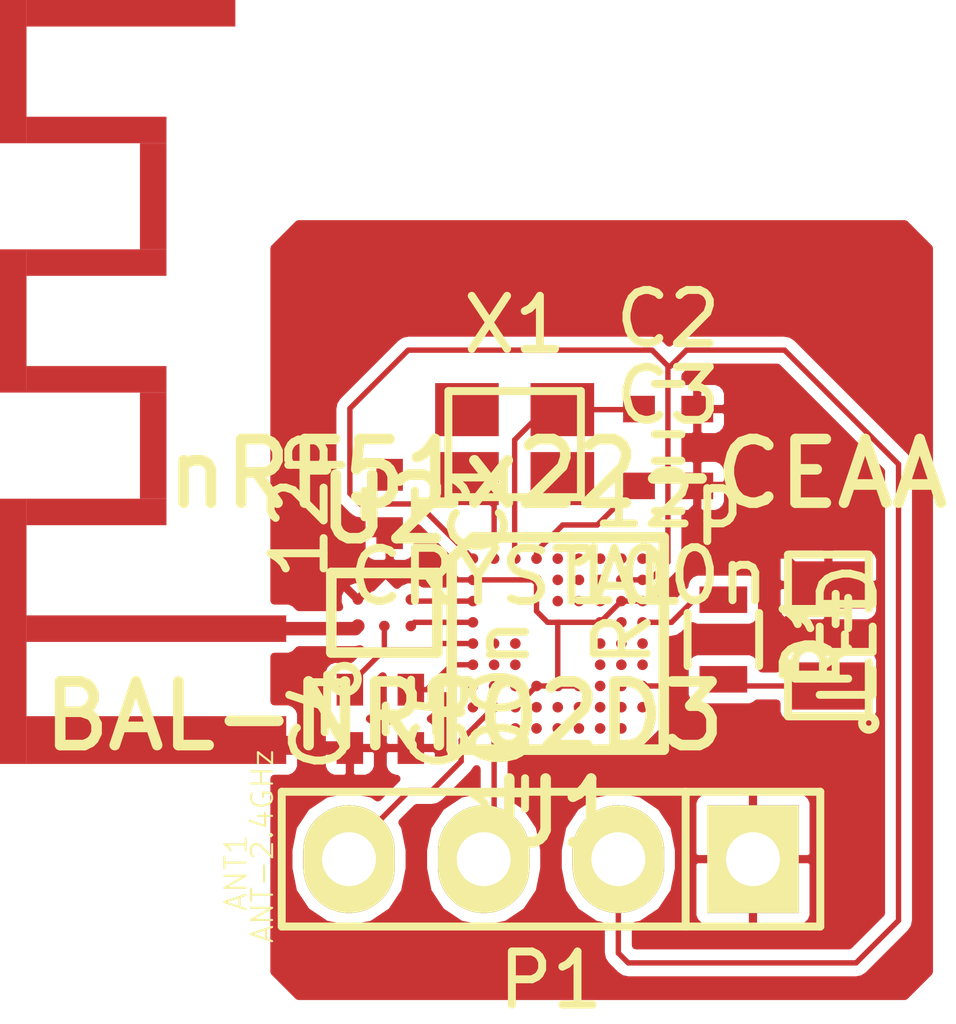
<source format=kicad_pcb>
(kicad_pcb (version 4) (host pcbnew "(2014-08-05 BZR 5054)-product")

  (general
    (links 36)
    (no_connects 0)
    (area 146.9984 92.8984 164.465656 112.3572)
    (thickness 1.6)
    (drawings 0)
    (tracks 108)
    (zones 0)
    (modules 12)
    (nets 54)
  )

  (page A4)
  (layers
    (0 F.Cu signal)
    (31 B.Cu signal)
    (32 B.Adhes user)
    (33 F.Adhes user)
    (34 B.Paste user)
    (35 F.Paste user)
    (36 B.SilkS user)
    (37 F.SilkS user)
    (38 B.Mask user)
    (39 F.Mask user)
    (40 Dwgs.User user)
    (41 Cmts.User user)
    (42 Eco1.User user)
    (43 Eco2.User user)
    (44 Edge.Cuts user)
    (45 Margin user)
    (46 B.CrtYd user)
    (47 F.CrtYd user)
    (48 B.Fab user)
    (49 F.Fab user)
  )

  (setup
    (last_trace_width 0.1016)
    (trace_clearance 0.1016)
    (zone_clearance 0.2032)
    (zone_45_only no)
    (trace_min 0.1016)
    (segment_width 0.2)
    (edge_width 0.1)
    (via_size 0.889)
    (via_drill 0.635)
    (via_min_size 0.889)
    (via_min_drill 0.508)
    (uvia_size 0.508)
    (uvia_drill 0.127)
    (uvias_allowed no)
    (uvia_min_size 0.508)
    (uvia_min_drill 0.127)
    (pcb_text_width 0.3)
    (pcb_text_size 1.5 1.5)
    (mod_edge_width 0.15)
    (mod_text_size 1 1)
    (mod_text_width 0.15)
    (pad_size 0.2 0.2)
    (pad_drill 0)
    (pad_to_mask_clearance 0)
    (aux_axis_origin 0 0)
    (visible_elements FFFCFF7F)
    (pcbplotparams
      (layerselection 0x00000_00000001)
      (usegerberextensions false)
      (excludeedgelayer true)
      (linewidth 0.100000)
      (plotframeref false)
      (viasonmask false)
      (mode 1)
      (useauxorigin false)
      (hpglpennumber 1)
      (hpglpenspeed 20)
      (hpglpendiameter 15)
      (hpglpenoverlay 2)
      (psnegative false)
      (psa4output false)
      (plotreference true)
      (plotvalue true)
      (plotinvisibletext false)
      (padsonsilk false)
      (subtractmaskfromsilk false)
      (outputformat 5)
      (mirror true)
      (drillshape 0)
      (scaleselection 1)
      (outputdirectory pdfs/))
  )

  (net 0 "")
  (net 1 "Net-(C1-Pad1)")
  (net 2 GND)
  (net 3 "Net-(C2-Pad1)")
  (net 4 "Net-(C3-Pad1)")
  (net 5 "Net-(C4-Pad2)")
  (net 6 "Net-(D1-Pad1)")
  (net 7 +BATT)
  (net 8 SWDIO)
  (net 9 SWCLK)
  (net 10 LED)
  (net 11 "Net-(U1-PadC1)")
  (net 12 "Net-(U1-PadD1)")
  (net 13 "Net-(U1-PadG1)")
  (net 14 "Net-(U1-PadE2)")
  (net 15 "Net-(U1-PadF2)")
  (net 16 "Net-(U1-PadG2)")
  (net 17 "Net-(U1-PadE3)")
  (net 18 "Net-(U1-PadF3)")
  (net 19 "Net-(U1-PadG3)")
  (net 20 "Net-(U1-PadH4)")
  (net 21 "Net-(U1-PadA5)")
  (net 22 "Net-(U1-PadB5)")
  (net 23 "Net-(U1-PadC5)")
  (net 24 "Net-(U1-PadH5)")
  (net 25 "Net-(U1-PadA6)")
  (net 26 "Net-(U1-PadB6)")
  (net 27 "Net-(U1-PadC6)")
  (net 28 "Net-(U1-PadH6)")
  (net 29 "Net-(U1-PadA7)")
  (net 30 "Net-(U1-PadB7)")
  (net 31 "Net-(U1-PadC7)")
  (net 32 "Net-(U1-PadE7)")
  (net 33 "Net-(U1-PadF7)")
  (net 34 "Net-(U1-PadG7)")
  (net 35 "Net-(U1-PadH7)")
  (net 36 "Net-(U1-PadA8)")
  (net 37 "Net-(U1-PadD8)")
  (net 38 "Net-(U1-PadE8)")
  (net 39 "Net-(U1-PadF8)")
  (net 40 "Net-(U1-PadG8)")
  (net 41 "Net-(U1-PadH8)")
  (net 42 "Net-(U1-PadE9)")
  (net 43 "Net-(U1-PadF9)")
  (net 44 "Net-(U1-PadH1)")
  (net 45 "Net-(U1-PadJ3)")
  (net 46 "Net-(U1-PadJ4)")
  (net 47 "Net-(U1-PadJ5)")
  (net 48 "Net-(U1-PadJ6)")
  (net 49 "Net-(U1-PadJ7)")
  (net 50 "Net-(U1-PadJ8)")
  (net 51 "Net-(U1-PadH9)")
  (net 52 "Net-(C5-Pad1)")
  (net 53 "Net-(ANT1-Pad2)")

  (net_class Default "This is the default net class."
    (clearance 0.1016)
    (trace_width 0.1016)
    (via_dia 0.889)
    (via_drill 0.635)
    (uvia_dia 0.508)
    (uvia_drill 0.127)
    (add_net +BATT)
    (add_net LED)
    (add_net "Net-(C1-Pad1)")
    (add_net "Net-(C2-Pad1)")
    (add_net "Net-(C3-Pad1)")
    (add_net "Net-(C4-Pad2)")
    (add_net "Net-(C5-Pad1)")
    (add_net "Net-(D1-Pad1)")
    (add_net "Net-(U1-PadA5)")
    (add_net "Net-(U1-PadA6)")
    (add_net "Net-(U1-PadA7)")
    (add_net "Net-(U1-PadA8)")
    (add_net "Net-(U1-PadB5)")
    (add_net "Net-(U1-PadB6)")
    (add_net "Net-(U1-PadB7)")
    (add_net "Net-(U1-PadC1)")
    (add_net "Net-(U1-PadC5)")
    (add_net "Net-(U1-PadC6)")
    (add_net "Net-(U1-PadC7)")
    (add_net "Net-(U1-PadD1)")
    (add_net "Net-(U1-PadD8)")
    (add_net "Net-(U1-PadE2)")
    (add_net "Net-(U1-PadE3)")
    (add_net "Net-(U1-PadE7)")
    (add_net "Net-(U1-PadE8)")
    (add_net "Net-(U1-PadE9)")
    (add_net "Net-(U1-PadF2)")
    (add_net "Net-(U1-PadF3)")
    (add_net "Net-(U1-PadF7)")
    (add_net "Net-(U1-PadF8)")
    (add_net "Net-(U1-PadF9)")
    (add_net "Net-(U1-PadG1)")
    (add_net "Net-(U1-PadG2)")
    (add_net "Net-(U1-PadG3)")
    (add_net "Net-(U1-PadG7)")
    (add_net "Net-(U1-PadG8)")
    (add_net "Net-(U1-PadH1)")
    (add_net "Net-(U1-PadH4)")
    (add_net "Net-(U1-PadH5)")
    (add_net "Net-(U1-PadH6)")
    (add_net "Net-(U1-PadH7)")
    (add_net "Net-(U1-PadH8)")
    (add_net "Net-(U1-PadH9)")
    (add_net "Net-(U1-PadJ3)")
    (add_net "Net-(U1-PadJ4)")
    (add_net "Net-(U1-PadJ5)")
    (add_net "Net-(U1-PadJ6)")
    (add_net "Net-(U1-PadJ7)")
    (add_net "Net-(U1-PadJ8)")
    (add_net SWCLK)
    (add_net SWDIO)
  )

  (net_class ANT ""
    (clearance 0.1016)
    (trace_width 0.254)
    (via_dia 0.889)
    (via_drill 0.635)
    (uvia_dia 0.508)
    (uvia_drill 0.127)
    (add_net GND)
    (add_net "Net-(ANT1-Pad2)")
  )

  (module Capacitors_SMD:C_0402 (layer F.Cu) (tedit 5415D599) (tstamp 54B59067)
    (at 153.75 102.5 270)
    (descr "Capacitor SMD 0402, reflow soldering, AVX (see smccp.pdf)")
    (tags "capacitor 0402")
    (path /54B59137)
    (attr smd)
    (fp_text reference C1 (at 0 -1.7 270) (layer F.SilkS)
      (effects (font (size 1 1) (thickness 0.15)))
    )
    (fp_text value 12p (at 0 1.7 270) (layer F.SilkS)
      (effects (font (size 1 1) (thickness 0.15)))
    )
    (fp_line (start -1.15 -0.6) (end 1.15 -0.6) (layer F.CrtYd) (width 0.05))
    (fp_line (start -1.15 0.6) (end 1.15 0.6) (layer F.CrtYd) (width 0.05))
    (fp_line (start -1.15 -0.6) (end -1.15 0.6) (layer F.CrtYd) (width 0.05))
    (fp_line (start 1.15 -0.6) (end 1.15 0.6) (layer F.CrtYd) (width 0.05))
    (fp_line (start 0.25 -0.475) (end -0.25 -0.475) (layer F.SilkS) (width 0.15))
    (fp_line (start -0.25 0.475) (end 0.25 0.475) (layer F.SilkS) (width 0.15))
    (pad 1 smd rect (at -0.55 0 270) (size 0.6 0.5) (layers F.Cu F.Paste F.Mask)
      (net 1 "Net-(C1-Pad1)"))
    (pad 2 smd rect (at 0.55 0 270) (size 0.6 0.5) (layers F.Cu F.Paste F.Mask)
      (net 2 GND))
    (model Capacitors_SMD/C_0402.wrl
      (at (xyz 0 0 0))
      (scale (xyz 1 1 1))
      (rotate (xyz 0 0 0))
    )
  )

  (module Capacitors_SMD:C_0402 (layer F.Cu) (tedit 5415D599) (tstamp 54B58E0D)
    (at 159.004 100.711)
    (descr "Capacitor SMD 0402, reflow soldering, AVX (see smccp.pdf)")
    (tags "capacitor 0402")
    (path /54B591B6)
    (attr smd)
    (fp_text reference C2 (at 0 -1.7) (layer F.SilkS)
      (effects (font (size 1 1) (thickness 0.15)))
    )
    (fp_text value 12p (at 0 1.7) (layer F.SilkS)
      (effects (font (size 1 1) (thickness 0.15)))
    )
    (fp_line (start -1.15 -0.6) (end 1.15 -0.6) (layer F.CrtYd) (width 0.05))
    (fp_line (start -1.15 0.6) (end 1.15 0.6) (layer F.CrtYd) (width 0.05))
    (fp_line (start -1.15 -0.6) (end -1.15 0.6) (layer F.CrtYd) (width 0.05))
    (fp_line (start 1.15 -0.6) (end 1.15 0.6) (layer F.CrtYd) (width 0.05))
    (fp_line (start 0.25 -0.475) (end -0.25 -0.475) (layer F.SilkS) (width 0.15))
    (fp_line (start -0.25 0.475) (end 0.25 0.475) (layer F.SilkS) (width 0.15))
    (pad 1 smd rect (at -0.55 0) (size 0.6 0.5) (layers F.Cu F.Paste F.Mask)
      (net 3 "Net-(C2-Pad1)"))
    (pad 2 smd rect (at 0.55 0) (size 0.6 0.5) (layers F.Cu F.Paste F.Mask)
      (net 2 GND))
    (model Capacitors_SMD/C_0402.wrl
      (at (xyz 0 0 0))
      (scale (xyz 1 1 1))
      (rotate (xyz 0 0 0))
    )
  )

  (module Capacitors_SMD:C_0402 (layer F.Cu) (tedit 5415D599) (tstamp 54B59E9D)
    (at 159.004 102.1588)
    (descr "Capacitor SMD 0402, reflow soldering, AVX (see smccp.pdf)")
    (tags "capacitor 0402")
    (path /54B58D67)
    (attr smd)
    (fp_text reference C3 (at 0 -1.7) (layer F.SilkS)
      (effects (font (size 1 1) (thickness 0.15)))
    )
    (fp_text value 100n (at 0 1.7) (layer F.SilkS)
      (effects (font (size 1 1) (thickness 0.15)))
    )
    (fp_line (start -1.15 -0.6) (end 1.15 -0.6) (layer F.CrtYd) (width 0.05))
    (fp_line (start -1.15 0.6) (end 1.15 0.6) (layer F.CrtYd) (width 0.05))
    (fp_line (start -1.15 -0.6) (end -1.15 0.6) (layer F.CrtYd) (width 0.05))
    (fp_line (start 1.15 -0.6) (end 1.15 0.6) (layer F.CrtYd) (width 0.05))
    (fp_line (start 0.25 -0.475) (end -0.25 -0.475) (layer F.SilkS) (width 0.15))
    (fp_line (start -0.25 0.475) (end 0.25 0.475) (layer F.SilkS) (width 0.15))
    (pad 1 smd rect (at -0.55 0) (size 0.6 0.5) (layers F.Cu F.Paste F.Mask)
      (net 4 "Net-(C3-Pad1)"))
    (pad 2 smd rect (at 0.55 0) (size 0.6 0.5) (layers F.Cu F.Paste F.Mask)
      (net 2 GND))
    (model Capacitors_SMD/C_0402.wrl
      (at (xyz 0 0 0))
      (scale (xyz 1 1 1))
      (rotate (xyz 0 0 0))
    )
  )

  (module Capacitors_SMD:C_0402 (layer F.Cu) (tedit 5415D599) (tstamp 54B58E25)
    (at 154.15 106.55 90)
    (descr "Capacitor SMD 0402, reflow soldering, AVX (see smccp.pdf)")
    (tags "capacitor 0402")
    (path /54B58DD5)
    (attr smd)
    (fp_text reference C4 (at 0 -1.7 90) (layer F.SilkS)
      (effects (font (size 1 1) (thickness 0.15)))
    )
    (fp_text value 100n (at 0 1.7 90) (layer F.SilkS)
      (effects (font (size 1 1) (thickness 0.15)))
    )
    (fp_line (start -1.15 -0.6) (end 1.15 -0.6) (layer F.CrtYd) (width 0.05))
    (fp_line (start -1.15 0.6) (end 1.15 0.6) (layer F.CrtYd) (width 0.05))
    (fp_line (start -1.15 -0.6) (end -1.15 0.6) (layer F.CrtYd) (width 0.05))
    (fp_line (start 1.15 -0.6) (end 1.15 0.6) (layer F.CrtYd) (width 0.05))
    (fp_line (start 0.25 -0.475) (end -0.25 -0.475) (layer F.SilkS) (width 0.15))
    (fp_line (start -0.25 0.475) (end 0.25 0.475) (layer F.SilkS) (width 0.15))
    (pad 1 smd rect (at -0.55 0 90) (size 0.6 0.5) (layers F.Cu F.Paste F.Mask)
      (net 2 GND))
    (pad 2 smd rect (at 0.55 0 90) (size 0.6 0.5) (layers F.Cu F.Paste F.Mask)
      (net 5 "Net-(C4-Pad2)"))
    (model Capacitors_SMD/C_0402.wrl
      (at (xyz 0 0 0))
      (scale (xyz 1 1 1))
      (rotate (xyz 0 0 0))
    )
  )

  (module SMD_Packages:SMD-0805 (layer F.Cu) (tedit 54B58D88) (tstamp 54B58E32)
    (at 162.0266 104.9782 90)
    (path /54B599BA)
    (attr smd)
    (fp_text reference D1 (at 0 -0.3175 90) (layer F.SilkS)
      (effects (font (size 1 1) (thickness 0.15)))
    )
    (fp_text value LED (at 0 0.381 90) (layer F.SilkS)
      (effects (font (size 1 1) (thickness 0.15)))
    )
    (fp_circle (center -1.651 0.762) (end -1.651 0.635) (layer F.SilkS) (width 0.15))
    (fp_line (start -0.508 0.762) (end -1.524 0.762) (layer F.SilkS) (width 0.15))
    (fp_line (start -1.524 0.762) (end -1.524 -0.762) (layer F.SilkS) (width 0.15))
    (fp_line (start -1.524 -0.762) (end -0.508 -0.762) (layer F.SilkS) (width 0.15))
    (fp_line (start 0.508 -0.762) (end 1.524 -0.762) (layer F.SilkS) (width 0.15))
    (fp_line (start 1.524 -0.762) (end 1.524 0.762) (layer F.SilkS) (width 0.15))
    (fp_line (start 1.524 0.762) (end 0.508 0.762) (layer F.SilkS) (width 0.15))
    (pad 1 smd rect (at -0.9525 0 90) (size 0.889 1.397) (layers F.Cu F.Paste F.Mask)
      (net 6 "Net-(D1-Pad1)"))
    (pad 2 smd rect (at 0.9525 0 90) (size 0.889 1.397) (layers F.Cu F.Paste F.Mask)
      (net 2 GND))
    (model SMD_Packages/SMD-0805.wrl
      (at (xyz 0 0 0))
      (scale (xyz 0.1000000014901161 0.1000000014901161 0.1000000014901161))
      (rotate (xyz 0 0 0))
    )
  )

  (module Pin_Headers:Pin_Header_Straight_1x04 (layer F.Cu) (tedit 54B58D8A) (tstamp 54B58E41)
    (at 156.7942 109.1946 180)
    (descr "Through hole pin header")
    (tags "pin header")
    (path /54B593BB)
    (fp_text reference P1 (at 0 -2.286 180) (layer F.SilkS)
      (effects (font (size 1 1) (thickness 0.15)))
    )
    (fp_text value CONN_01X04 (at 0 0 180) (layer F.SilkS) hide
      (effects (font (size 1 1) (thickness 0.15)))
    )
    (fp_line (start -2.54 1.27) (end 5.08 1.27) (layer F.SilkS) (width 0.15))
    (fp_line (start -2.54 -1.27) (end 5.08 -1.27) (layer F.SilkS) (width 0.15))
    (fp_line (start -5.08 -1.27) (end -2.54 -1.27) (layer F.SilkS) (width 0.15))
    (fp_line (start 5.08 1.27) (end 5.08 -1.27) (layer F.SilkS) (width 0.15))
    (fp_line (start -2.54 -1.27) (end -2.54 1.27) (layer F.SilkS) (width 0.15))
    (fp_line (start -5.08 -1.27) (end -5.08 1.27) (layer F.SilkS) (width 0.15))
    (fp_line (start -5.08 1.27) (end -2.54 1.27) (layer F.SilkS) (width 0.15))
    (pad 1 thru_hole rect (at -3.81 0 180) (size 1.7272 2.032) (drill 1.016) (layers *.Cu *.Mask F.SilkS)
      (net 2 GND))
    (pad 2 thru_hole oval (at -1.27 0 180) (size 1.7272 2.032) (drill 1.016) (layers *.Cu *.Mask F.SilkS)
      (net 7 +BATT))
    (pad 3 thru_hole oval (at 1.27 0 180) (size 1.7272 2.032) (drill 1.016) (layers *.Cu *.Mask F.SilkS)
      (net 8 SWDIO))
    (pad 4 thru_hole oval (at 3.81 0 180) (size 1.7272 2.032) (drill 1.016) (layers *.Cu *.Mask F.SilkS)
      (net 9 SWCLK))
    (model Pin_Headers/Pin_Header_Straight_1x04.wrl
      (at (xyz 0 0 0))
      (scale (xyz 1 1 1))
      (rotate (xyz 0 0 0))
    )
  )

  (module Resistors_SMD:R_0603 (layer F.Cu) (tedit 5415CC62) (tstamp 54B59E20)
    (at 160.0454 105.0544 270)
    (descr "Resistor SMD 0603, reflow soldering, Vishay (see dcrcw.pdf)")
    (tags "resistor 0603")
    (path /54B59A45)
    (attr smd)
    (fp_text reference R1 (at 0 -1.9 270) (layer F.SilkS)
      (effects (font (size 1 1) (thickness 0.15)))
    )
    (fp_text value R (at 0 1.9 270) (layer F.SilkS)
      (effects (font (size 1 1) (thickness 0.15)))
    )
    (fp_line (start -1.3 -0.8) (end 1.3 -0.8) (layer F.CrtYd) (width 0.05))
    (fp_line (start -1.3 0.8) (end 1.3 0.8) (layer F.CrtYd) (width 0.05))
    (fp_line (start -1.3 -0.8) (end -1.3 0.8) (layer F.CrtYd) (width 0.05))
    (fp_line (start 1.3 -0.8) (end 1.3 0.8) (layer F.CrtYd) (width 0.05))
    (fp_line (start 0.5 0.675) (end -0.5 0.675) (layer F.SilkS) (width 0.15))
    (fp_line (start -0.5 -0.675) (end 0.5 -0.675) (layer F.SilkS) (width 0.15))
    (pad 1 smd rect (at -0.75 0 270) (size 0.5 0.9) (layers F.Cu F.Paste F.Mask)
      (net 10 LED))
    (pad 2 smd rect (at 0.75 0 270) (size 0.5 0.9) (layers F.Cu F.Paste F.Mask)
      (net 6 "Net-(D1-Pad1)"))
    (model Resistors_SMD/R_0603.wrl
      (at (xyz 0 0 0))
      (scale (xyz 1 1 1))
      (rotate (xyz 0 0 0))
    )
  )

  (module Crystals_Oscillators_SMD:CX2520DB (layer F.Cu) (tedit 544FEDED) (tstamp 54B58E9A)
    (at 156.1084 101.3714)
    (path /54B5903E)
    (fp_text reference X1 (at 0 -2.25) (layer F.SilkS)
      (effects (font (size 1 1) (thickness 0.15)))
    )
    (fp_text value CRYSTAL (at 0 2.5) (layer F.SilkS)
      (effects (font (size 1 1) (thickness 0.15)))
    )
    (fp_line (start -1.25 1) (end 1.25 1) (layer F.SilkS) (width 0.15))
    (fp_line (start 1.25 1) (end 1.25 -1) (layer F.SilkS) (width 0.15))
    (fp_line (start 1.25 -1) (end -1.25 -1) (layer F.SilkS) (width 0.15))
    (fp_line (start -1.25 -1) (end -1.25 1) (layer F.SilkS) (width 0.15))
    (pad 1 smd rect (at -0.9 0.65) (size 1.2 1) (layers F.Cu F.Paste F.Mask)
      (net 1 "Net-(C1-Pad1)"))
    (pad 2 smd rect (at 0.9 -0.65) (size 1.2 1) (layers F.Cu F.Paste F.Mask)
      (net 3 "Net-(C2-Pad1)"))
    (pad 3 smd rect (at 0.9 0.65) (size 1.2 1) (layers F.Cu F.Paste F.Mask))
    (pad 4 smd rect (at -0.9 -0.65) (size 1.2 1) (layers F.Cu F.Paste F.Mask))
  )

  (module NRF51:WLCSP62 (layer F.Cu) (tedit 54B59368) (tstamp 54B59DAD)
    (at 156.9212 105.1306)
    (path /54B58C30)
    (fp_text reference U1 (at 0 3.2) (layer F.SilkS)
      (effects (font (size 1.2 1.2) (thickness 0.2)))
    )
    (fp_text value nRF51x22-CEAA (at 0 -3.2) (layer F.SilkS)
      (effects (font (size 1.2 1.2) (thickness 0.2)))
    )
    (fp_line (start -1.6 -2) (end -2 -1.6) (layer F.SilkS) (width 0.2))
    (fp_line (start -2 -1.6) (end -2 2) (layer F.SilkS) (width 0.2))
    (fp_line (start -2 2) (end 2 2) (layer F.SilkS) (width 0.2))
    (fp_line (start 2 2) (end 2 -2) (layer F.SilkS) (width 0.2))
    (fp_line (start 2 -2) (end -1.6 -2) (layer F.SilkS) (width 0.2))
    (pad A1 smd circle (at -1.6 -1.6) (size 0.2 0.2) (layers F.Cu F.Paste F.Mask)
      (net 7 +BATT))
    (pad B1 smd circle (at -1.6 -1.2) (size 0.2 0.2) (layers F.Cu F.Paste F.Mask)
      (net 2 GND))
    (pad C1 smd circle (at -1.6 -0.8) (size 0.2 0.2) (layers F.Cu F.Paste F.Mask)
      (net 11 "Net-(U1-PadC1)"))
    (pad D1 smd circle (at -1.6 -0.4) (size 0.2 0.2) (layers F.Cu F.Paste F.Mask)
      (net 12 "Net-(U1-PadD1)"))
    (pad E1 smd circle (at -1.6 0) (size 0.2 0.2) (layers F.Cu F.Paste F.Mask)
      (net 52 "Net-(C5-Pad1)"))
    (pad F1 smd circle (at -1.6 0.4) (size 0.2 0.2) (layers F.Cu F.Paste F.Mask)
      (net 5 "Net-(C4-Pad2)"))
    (pad G1 smd circle (at -1.6 0.8) (size 0.2 0.2) (layers F.Cu F.Paste F.Mask)
      (net 13 "Net-(U1-PadG1)"))
    (pad H1 smd circle (at -1.6 1.2) (size 0.2 0.2) (layers F.Cu F.Paste F.Mask)
      (net 44 "Net-(U1-PadH1)"))
    (pad A2 smd circle (at -1.2 -1.6) (size 0.2 0.2) (layers F.Cu F.Paste F.Mask)
      (net 1 "Net-(C1-Pad1)"))
    (pad E2 smd circle (at -1.2 0) (size 0.2 0.2) (layers F.Cu F.Paste F.Mask)
      (net 14 "Net-(U1-PadE2)"))
    (pad F2 smd circle (at -1.2 0.4) (size 0.2 0.2) (layers F.Cu F.Paste F.Mask)
      (net 15 "Net-(U1-PadF2)"))
    (pad G2 smd circle (at -1.2 0.8) (size 0.2 0.2) (layers F.Cu F.Paste F.Mask)
      (net 16 "Net-(U1-PadG2)"))
    (pad H2 smd circle (at -1.2 1.2) (size 0.2 0.2) (layers F.Cu F.Paste F.Mask)
      (net 9 SWCLK))
    (pad J2 smd circle (at -1.2 1.6) (size 0.2 0.2) (layers F.Cu F.Paste F.Mask)
      (net 8 SWDIO))
    (pad A3 smd circle (at -0.8 -1.6) (size 0.2 0.2) (layers F.Cu F.Paste F.Mask)
      (net 3 "Net-(C2-Pad1)"))
    (pad E3 smd circle (at -0.8 0) (size 0.2 0.2) (layers F.Cu F.Paste F.Mask)
      (net 17 "Net-(U1-PadE3)"))
    (pad F3 smd circle (at -0.8 0.4) (size 0.2 0.2) (layers F.Cu F.Paste F.Mask)
      (net 18 "Net-(U1-PadF3)"))
    (pad G3 smd circle (at -0.8 0.8) (size 0.2 0.2) (layers F.Cu F.Paste F.Mask)
      (net 19 "Net-(U1-PadG3)"))
    (pad H3 smd circle (at -0.8 1.2) (size 0.2 0.2) (layers F.Cu F.Paste F.Mask)
      (net 2 GND))
    (pad J3 smd circle (at -0.8 1.6) (size 0.2 0.2) (layers F.Cu F.Paste F.Mask)
      (net 45 "Net-(U1-PadJ3)"))
    (pad A4 smd circle (at -0.4 -1.6) (size 0.2 0.2) (layers F.Cu F.Paste F.Mask)
      (net 4 "Net-(C3-Pad1)"))
    (pad B4 smd circle (at -0.4 -1.2) (size 0.2 0.2) (layers F.Cu F.Paste F.Mask)
      (net 2 GND))
    (pad G4 smd circle (at -0.4 0.8) (size 0.2 0.2) (layers F.Cu F.Paste F.Mask)
      (net 2 GND))
    (pad H4 smd circle (at -0.4 1.2) (size 0.2 0.2) (layers F.Cu F.Paste F.Mask)
      (net 20 "Net-(U1-PadH4)"))
    (pad J4 smd circle (at -0.4 1.6) (size 0.2 0.2) (layers F.Cu F.Paste F.Mask)
      (net 46 "Net-(U1-PadJ4)"))
    (pad A5 smd circle (at 0 -1.6) (size 0.2 0.2) (layers F.Cu F.Paste F.Mask)
      (net 21 "Net-(U1-PadA5)"))
    (pad B5 smd circle (at 0 -1.2) (size 0.2 0.2) (layers F.Cu F.Paste F.Mask)
      (net 22 "Net-(U1-PadB5)"))
    (pad C5 smd circle (at 0 -0.8) (size 0.2 0.2) (layers F.Cu F.Paste F.Mask)
      (net 23 "Net-(U1-PadC5)"))
    (pad G5 smd circle (at 0 0.8) (size 0.2 0.2) (layers F.Cu F.Paste F.Mask)
      (net 2 GND))
    (pad H5 smd circle (at 0 1.2) (size 0.2 0.2) (layers F.Cu F.Paste F.Mask)
      (net 24 "Net-(U1-PadH5)"))
    (pad J5 smd circle (at 0 1.6) (size 0.2 0.2) (layers F.Cu F.Paste F.Mask)
      (net 47 "Net-(U1-PadJ5)"))
    (pad A6 smd circle (at 0.4 -1.6) (size 0.2 0.2) (layers F.Cu F.Paste F.Mask)
      (net 25 "Net-(U1-PadA6)"))
    (pad B6 smd circle (at 0.4 -1.2) (size 0.2 0.2) (layers F.Cu F.Paste F.Mask)
      (net 26 "Net-(U1-PadB6)"))
    (pad C6 smd circle (at 0.4 -0.8) (size 0.2 0.2) (layers F.Cu F.Paste F.Mask)
      (net 27 "Net-(U1-PadC6)"))
    (pad G6 smd circle (at 0.4 0.8) (size 0.2 0.2) (layers F.Cu F.Paste F.Mask)
      (net 2 GND))
    (pad H6 smd circle (at 0.4 1.2) (size 0.2 0.2) (layers F.Cu F.Paste F.Mask)
      (net 28 "Net-(U1-PadH6)"))
    (pad J6 smd circle (at 0.4 1.6) (size 0.2 0.2) (layers F.Cu F.Paste F.Mask)
      (net 48 "Net-(U1-PadJ6)"))
    (pad A7 smd circle (at 0.8 -1.6) (size 0.2 0.2) (layers F.Cu F.Paste F.Mask)
      (net 29 "Net-(U1-PadA7)"))
    (pad B7 smd circle (at 0.8 -1.2) (size 0.2 0.2) (layers F.Cu F.Paste F.Mask)
      (net 30 "Net-(U1-PadB7)"))
    (pad C7 smd circle (at 0.8 -0.8) (size 0.2 0.2) (layers F.Cu F.Paste F.Mask)
      (net 31 "Net-(U1-PadC7)"))
    (pad D7 smd circle (at 0.8 -0.4) (size 0.2 0.2) (layers F.Cu F.Paste F.Mask)
      (net 2 GND))
    (pad E7 smd circle (at 0.8 0) (size 0.2 0.2) (layers F.Cu F.Paste F.Mask)
      (net 32 "Net-(U1-PadE7)"))
    (pad F7 smd circle (at 0.8 0.4) (size 0.2 0.2) (layers F.Cu F.Paste F.Mask)
      (net 33 "Net-(U1-PadF7)"))
    (pad G7 smd circle (at 0.8 0.8) (size 0.2 0.2) (layers F.Cu F.Paste F.Mask)
      (net 34 "Net-(U1-PadG7)"))
    (pad H7 smd circle (at 0.8 1.2) (size 0.2 0.2) (layers F.Cu F.Paste F.Mask)
      (net 35 "Net-(U1-PadH7)"))
    (pad J7 smd circle (at 0.8 1.6) (size 0.2 0.2) (layers F.Cu F.Paste F.Mask)
      (net 49 "Net-(U1-PadJ7)"))
    (pad A8 smd circle (at 1.2 -1.6) (size 0.2 0.2) (layers F.Cu F.Paste F.Mask)
      (net 36 "Net-(U1-PadA8)"))
    (pad B8 smd circle (at 1.2 -1.2) (size 0.2 0.2) (layers F.Cu F.Paste F.Mask)
      (net 7 +BATT))
    (pad C8 smd circle (at 1.2 -0.8) (size 0.2 0.2) (layers F.Cu F.Paste F.Mask)
      (net 2 GND))
    (pad D8 smd circle (at 1.2 -0.4) (size 0.2 0.2) (layers F.Cu F.Paste F.Mask)
      (net 37 "Net-(U1-PadD8)"))
    (pad E8 smd circle (at 1.2 0) (size 0.2 0.2) (layers F.Cu F.Paste F.Mask)
      (net 38 "Net-(U1-PadE8)"))
    (pad F8 smd circle (at 1.2 0.4) (size 0.2 0.2) (layers F.Cu F.Paste F.Mask)
      (net 39 "Net-(U1-PadF8)"))
    (pad G8 smd circle (at 1.2 0.8) (size 0.2 0.2) (layers F.Cu F.Paste F.Mask)
      (net 40 "Net-(U1-PadG8)"))
    (pad H8 smd circle (at 1.2 1.2) (size 0.2 0.2) (layers F.Cu F.Paste F.Mask)
      (net 41 "Net-(U1-PadH8)"))
    (pad J8 smd circle (at 1.2 1.6) (size 0.2 0.2) (layers F.Cu F.Paste F.Mask)
      (net 50 "Net-(U1-PadJ8)"))
    (pad A9 smd circle (at 1.6 -1.6) (size 0.2 0.2) (layers F.Cu F.Paste F.Mask))
    (pad B9 smd circle (at 1.6 -1.2) (size 0.2 0.2) (layers F.Cu F.Paste F.Mask)
      (net 7 +BATT))
    (pad C9 smd circle (at 1.6 -0.8) (size 0.2 0.2) (layers F.Cu F.Paste F.Mask)
      (net 2 GND))
    (pad D9 smd circle (at 1.6 -0.4) (size 0.2 0.2) (layers F.Cu F.Paste F.Mask)
      (net 10 LED))
    (pad E9 smd circle (at 1.6 0) (size 0.2 0.2) (layers F.Cu F.Paste F.Mask)
      (net 42 "Net-(U1-PadE9)"))
    (pad F9 smd circle (at 1.6 0.4) (size 0.2 0.2) (layers F.Cu F.Paste F.Mask)
      (net 43 "Net-(U1-PadF9)"))
    (pad G9 smd circle (at 1.6 0.8) (size 0.2 0.2) (layers F.Cu F.Paste F.Mask)
      (net 2 GND))
    (pad H9 smd circle (at 1.6 1.2) (size 0.2 0.2) (layers F.Cu F.Paste F.Mask)
      (net 51 "Net-(U1-PadH9)"))
  )

  (module Capacitors_SMD:C_0402 (layer F.Cu) (tedit 5415D599) (tstamp 55048D3E)
    (at 153 106.55 270)
    (descr "Capacitor SMD 0402, reflow soldering, AVX (see smccp.pdf)")
    (tags "capacitor 0402")
    (path /550483E1)
    (attr smd)
    (fp_text reference C5 (at 0 -1.7 270) (layer F.SilkS)
      (effects (font (size 1 1) (thickness 0.15)))
    )
    (fp_text value 2n2 (at 0 1.7 270) (layer F.Fab)
      (effects (font (size 1 1) (thickness 0.15)))
    )
    (fp_line (start -1.15 -0.6) (end 1.15 -0.6) (layer F.CrtYd) (width 0.05))
    (fp_line (start -1.15 0.6) (end 1.15 0.6) (layer F.CrtYd) (width 0.05))
    (fp_line (start -1.15 -0.6) (end -1.15 0.6) (layer F.CrtYd) (width 0.05))
    (fp_line (start 1.15 -0.6) (end 1.15 0.6) (layer F.CrtYd) (width 0.05))
    (fp_line (start 0.25 -0.475) (end -0.25 -0.475) (layer F.SilkS) (width 0.15))
    (fp_line (start -0.25 0.475) (end 0.25 0.475) (layer F.SilkS) (width 0.15))
    (pad 1 smd rect (at -0.55 0 270) (size 0.6 0.5) (layers F.Cu F.Paste F.Mask)
      (net 52 "Net-(C5-Pad1)"))
    (pad 2 smd rect (at 0.55 0 270) (size 0.6 0.5) (layers F.Cu F.Paste F.Mask)
      (net 2 GND))
    (model Capacitors_SMD.3dshapes/C_0402.wrl
      (at (xyz 0 0 0))
      (scale (xyz 1 1 1))
      (rotate (xyz 0 0 0))
    )
  )

  (module ANT:ANT-2.4GHz (layer F.Cu) (tedit 54517711) (tstamp 55049531)
    (at 149.35 106.95 90)
    (path /55047C3D)
    (fp_text reference ANT1 (at -2.5 1.5 90) (layer F.SilkS)
      (effects (font (size 0.4 0.4) (thickness 0.04)))
    )
    (fp_text value ANT-2.4GHz (at -2 2 90) (layer F.SilkS)
      (effects (font (size 0.4 0.4) (thickness 0.04)))
    )
    (pad 1 smd rect (at 0 0 90) (size 0.9 4.9) (layers F.Cu)
      (net 2 GND))
    (pad 3 smd rect (at 2.05 -2.7 90) (size 5 0.5) (layers F.Cu))
    (pad 2 smd rect (at 2.1 0 90) (size 0.5 4.9) (layers F.Cu)
      (net 53 "Net-(ANT1-Pad2)"))
    (pad 3 smd rect (at 4.3 -1.13 90) (size 0.5 2.64) (layers F.Cu))
    (pad 3 smd rect (at 6.8 -1.13 90) (size 0.5 2.64) (layers F.Cu))
    (pad 3 smd rect (at 5.55 -0.06 90) (size 2 0.5) (layers F.Cu))
    (pad 3 smd rect (at 7.9 -2.7 90) (size 2.7 0.5) (layers F.Cu))
    (pad 3 smd rect (at 12.6 -2.7 90) (size 2.7 0.5) (layers F.Cu))
    (pad 3 smd rect (at 9 -1.13 90) (size 0.5 2.64) (layers F.Cu))
    (pad 3 smd rect (at 11.5 -1.13 90) (size 0.5 2.64) (layers F.Cu))
    (pad 3 smd rect (at 10.25 -0.06 90) (size 2 0.5) (layers F.Cu))
    (pad 3 smd rect (at 13.7 -0.48 90) (size 0.5 3.94) (layers F.Cu))
  )

  (module NRF51:BAL-NRF02D3 (layer F.Cu) (tedit 550C7CF1) (tstamp 55048D47)
    (at 153.65 104.55 180)
    (path /550480A2)
    (fp_text reference U2 (at 0 1.95 180) (layer F.SilkS)
      (effects (font (size 1.2 1.2) (thickness 0.2)))
    )
    (fp_text value BAL-NRF02D3 (at 0 -1.95 180) (layer F.SilkS)
      (effects (font (size 1.2 1.2) (thickness 0.2)))
    )
    (fp_circle (center 0.75 -1.25) (end 1 -1.25) (layer F.SilkS) (width 0.15))
    (fp_line (start -1 -0.75) (end -1 0.75) (layer F.SilkS) (width 0.2))
    (fp_line (start -1 0.75) (end 1 0.75) (layer F.SilkS) (width 0.2))
    (fp_line (start 1 0.75) (end 1 -0.75) (layer F.SilkS) (width 0.2))
    (fp_line (start 1 -0.75) (end -1 -0.75) (layer F.SilkS) (width 0.2))
    (pad A3 smd circle (at -0.5 -0.25 180) (size 0.2 0.2) (layers F.Cu F.Paste F.Mask)
      (net 12 "Net-(U1-PadD1)"))
    (pad B3 smd circle (at -0.5 0.25 180) (size 0.2 0.2) (layers F.Cu F.Paste F.Mask)
      (net 11 "Net-(U1-PadC1)"))
    (pad A2 smd circle (at 0 -0.25 180) (size 0.2 0.2) (layers F.Cu F.Paste F.Mask)
      (net 52 "Net-(C5-Pad1)"))
    (pad A1 smd circle (at 0.5 -0.25 180) (size 0.2 0.2) (layers F.Cu F.Paste F.Mask)
      (net 53 "Net-(ANT1-Pad2)"))
    (pad B1 smd circle (at 0.5 0.25 180) (size 0.2 0.2) (layers F.Cu F.Paste F.Mask)
      (net 2 GND))
  )

  (segment (start 155.7212 102.5342) (end 155.2084 102.0214) (width 0.1016) (layer F.Cu) (net 1))
  (segment (start 155.7212 103.5306) (end 155.7212 102.5342) (width 0.1016) (layer F.Cu) (net 1))
  (segment (start 155.137 101.95) (end 155.2084 102.0214) (width 0.1016) (layer F.Cu) (net 1) (tstamp 55048FFD))
  (segment (start 153.75 101.95) (end 155.137 101.95) (width 0.1016) (layer F.Cu) (net 1))
  (segment (start 156.947646 104.7306) (end 156.7306 104.7306) (width 0.1016) (layer F.Cu) (net 2))
  (segment (start 156.7306 104.7306) (end 156.5212 104.5212) (width 0.1016) (layer F.Cu) (net 2))
  (segment (start 156.5212 104.5212) (end 156.5212 104.072021) (width 0.1016) (layer F.Cu) (net 2))
  (segment (start 156.5212 104.072021) (end 156.5212 103.9306) (width 0.1016) (layer F.Cu) (net 2))
  (segment (start 156.1212 106.3306) (end 156.5212 105.9306) (width 0.1016) (layer F.Cu) (net 2))
  (segment (start 156.5212 105.9306) (end 156.9212 105.9306) (width 0.1016) (layer F.Cu) (net 2))
  (segment (start 157.3212 105.9306) (end 156.9212 105.9306) (width 0.1016) (layer F.Cu) (net 2))
  (segment (start 157.7212 104.7306) (end 156.947646 104.7306) (width 0.1016) (layer F.Cu) (net 2))
  (segment (start 156.5212 103.9306) (end 155.3212 103.9306) (width 0.1016) (layer F.Cu) (net 2))
  (segment (start 156.9212 104.757046) (end 156.9212 105.9306) (width 0.1016) (layer F.Cu) (net 2))
  (segment (start 156.947646 104.7306) (end 156.9212 104.757046) (width 0.1016) (layer F.Cu) (net 2))
  (segment (start 157.7212 104.7306) (end 158.1212 104.3306) (width 0.1016) (layer F.Cu) (net 2))
  (segment (start 158.1212 104.3306) (end 158.5212 104.3306) (width 0.1016) (layer F.Cu) (net 2))
  (segment (start 161.2265 103.4796) (end 161.7726 104.0257) (width 0.1016) (layer F.Cu) (net 2))
  (segment (start 159.3722 103.4796) (end 161.2265 103.4796) (width 0.1016) (layer F.Cu) (net 2))
  (segment (start 161.7726 104.0257) (end 162.0266 104.0257) (width 0.1016) (layer F.Cu) (net 2))
  (segment (start 159.554 101.0626) (end 159.554 102.1588) (width 0.1016) (layer F.Cu) (net 2))
  (segment (start 159.554 100.711) (end 159.554 101.0626) (width 0.1016) (layer F.Cu) (net 2))
  (segment (start 159.3722 102.6922) (end 159.3722 103.4796) (width 0.1016) (layer F.Cu) (net 2))
  (segment (start 159.554 102.5104) (end 159.3722 102.6922) (width 0.1016) (layer F.Cu) (net 2))
  (segment (start 159.554 102.1588) (end 159.554 102.5104) (width 0.1016) (layer F.Cu) (net 2))
  (segment (start 159.3722 103.621021) (end 159.3722 103.4796) (width 0.1016) (layer F.Cu) (net 2))
  (segment (start 158.5212 104.3306) (end 158.662621 104.3306) (width 0.1016) (layer F.Cu) (net 2))
  (segment (start 158.662621 104.3306) (end 159.3722 103.621021) (width 0.1016) (layer F.Cu) (net 2))
  (segment (start 155.0306 103.9306) (end 154.15 103.05) (width 0.1016) (layer F.Cu) (net 2) (tstamp 55048FDD))
  (segment (start 154.15 103.05) (end 153.75 103.05) (width 0.1016) (layer F.Cu) (net 2) (tstamp 55048FEF))
  (segment (start 155.3212 103.9306) (end 155.0306 103.9306) (width 0.1016) (layer F.Cu) (net 2))
  (segment (start 154.15 107.1) (end 153 107.1) (width 0.1016) (layer F.Cu) (net 2))
  (segment (start 160.6042 108.3542) (end 160.6042 109.1946) (width 0.1016) (layer F.Cu) (net 2) (tstamp 5504935E))
  (segment (start 158.5212 105.9306) (end 159.05 105.9306) (width 0.1016) (layer F.Cu) (net 2))
  (segment (start 160.85 105.05) (end 159.4 105.05) (width 0.1016) (layer F.Cu) (net 2) (tstamp 55049373))
  (segment (start 159.4 105.05) (end 159.05 105.4) (width 0.1016) (layer F.Cu) (net 2) (tstamp 55049377))
  (segment (start 159.05 105.4) (end 159.05 105.9306) (width 0.1016) (layer F.Cu) (net 2) (tstamp 55049378))
  (segment (start 161.8743 104.0257) (end 160.85 105.05) (width 0.1016) (layer F.Cu) (net 2) (tstamp 55049366))
  (segment (start 162.0266 104.0257) (end 161.8743 104.0257) (width 0.1016) (layer F.Cu) (net 2))
  (segment (start 149.5 107.1) (end 149.35 106.95) (width 0.1016) (layer F.Cu) (net 2) (tstamp 5504964A) (status 30))
  (segment (start 149.5 107.1) (end 149.35 106.95) (width 0.254) (layer F.Cu) (net 2) (tstamp 5504967F) (status 30))
  (segment (start 153 107.1) (end 149.5 107.1) (width 0.254) (layer F.Cu) (net 2) (status 20))
  (segment (start 158.4436 100.7214) (end 158.454 100.711) (width 0.1016) (layer F.Cu) (net 3))
  (segment (start 157.0084 100.7214) (end 158.4436 100.7214) (width 0.1016) (layer F.Cu) (net 3))
  (segment (start 156.6786 100.7214) (end 157.0084 100.7214) (width 0.1016) (layer F.Cu) (net 3))
  (segment (start 156.1084 101.2916) (end 156.6786 100.7214) (width 0.1016) (layer F.Cu) (net 3))
  (segment (start 156.1084 103.5178) (end 156.1084 101.2916) (width 0.1016) (layer F.Cu) (net 3))
  (segment (start 156.1212 103.5306) (end 156.1084 103.5178) (width 0.1016) (layer F.Cu) (net 3))
  (segment (start 156.5212 103.389179) (end 157.014979 102.8954) (width 0.1016) (layer F.Cu) (net 4))
  (segment (start 156.5212 103.5306) (end 156.5212 103.389179) (width 0.1016) (layer F.Cu) (net 4))
  (segment (start 157.6674 102.8954) (end 158.404 102.1588) (width 0.1016) (layer F.Cu) (net 4))
  (segment (start 158.404 102.1588) (end 158.454 102.1588) (width 0.1016) (layer F.Cu) (net 4))
  (segment (start 157.014979 102.8954) (end 157.6674 102.8954) (width 0.1016) (layer F.Cu) (net 4))
  (segment (start 154.45 106) (end 154.9194 105.5306) (width 0.1016) (layer F.Cu) (net 5) (tstamp 5504901F))
  (segment (start 154.9194 105.5306) (end 155.3212 105.5306) (width 0.1016) (layer F.Cu) (net 5) (tstamp 55049021))
  (segment (start 154.15 106) (end 154.45 106) (width 0.1016) (layer F.Cu) (net 5))
  (segment (start 160.1717 105.9307) (end 160.0454 105.8044) (width 0.1016) (layer F.Cu) (net 6))
  (segment (start 162.0266 105.9307) (end 160.1717 105.9307) (width 0.1016) (layer F.Cu) (net 6))
  (segment (start 159 99.9) (end 159.05 99.9) (width 0.1016) (layer F.Cu) (net 7))
  (segment (start 159.35 99.6) (end 161.2 99.6) (width 0.1016) (layer F.Cu) (net 7))
  (segment (start 158.25 111.15) (end 158.0642 110.9642) (width 0.1016) (layer F.Cu) (net 7))
  (segment (start 159.05 99.9) (end 159.35 99.6) (width 0.1016) (layer F.Cu) (net 7))
  (segment (start 161.2 99.6) (end 163.35 101.75) (width 0.1016) (layer F.Cu) (net 7))
  (segment (start 163.35 101.75) (end 163.35 110.35) (width 0.1016) (layer F.Cu) (net 7))
  (segment (start 163.35 110.35) (end 162.55 111.15) (width 0.1016) (layer F.Cu) (net 7))
  (segment (start 158.0642 110.9642) (end 158.0642 109.1946) (width 0.1016) (layer F.Cu) (net 7))
  (segment (start 162.55 111.15) (end 158.25 111.15) (width 0.1016) (layer F.Cu) (net 7))
  (segment (start 158.5212 103.9306) (end 158.1212 103.9306) (width 0.1016) (layer F.Cu) (net 7))
  (segment (start 158.0642 109.347) (end 158.0642 109.1946) (width 0.1016) (layer F.Cu) (net 7))
  (segment (start 159 99.9) (end 159 103.593221) (width 0.1016) (layer F.Cu) (net 7))
  (segment (start 158.662621 103.9306) (end 158.5212 103.9306) (width 0.1016) (layer F.Cu) (net 7))
  (segment (start 154.1 99.6) (end 158.7 99.6) (width 0.1016) (layer F.Cu) (net 7))
  (segment (start 153 102.3) (end 153 100.7) (width 0.1016) (layer F.Cu) (net 7))
  (segment (start 153.2 102.5) (end 153 102.3) (width 0.1016) (layer F.Cu) (net 7))
  (segment (start 158.7 99.6) (end 159 99.9) (width 0.1016) (layer F.Cu) (net 7))
  (segment (start 154.2906 102.5) (end 153.2 102.5) (width 0.1016) (layer F.Cu) (net 7))
  (segment (start 159 103.593221) (end 158.662621 103.9306) (width 0.1016) (layer F.Cu) (net 7))
  (segment (start 153 100.7) (end 154.1 99.6) (width 0.1016) (layer F.Cu) (net 7))
  (segment (start 155.3212 103.5306) (end 154.2906 102.5) (width 0.1016) (layer F.Cu) (net 7))
  (segment (start 155.7212 108.9976) (end 155.5242 109.1946) (width 0.1016) (layer F.Cu) (net 8))
  (segment (start 155.7212 106.7306) (end 155.7212 108.9976) (width 0.1016) (layer F.Cu) (net 8))
  (segment (start 152.9842 109.0676) (end 152.9842 109.1946) (width 0.1016) (layer F.Cu) (net 9))
  (segment (start 152.9842 109.1946) (end 152.9842 109.0422) (width 0.1016) (layer F.Cu) (net 9))
  (segment (start 155.2018 106.85) (end 155.7212 106.3306) (width 0.1016) (layer F.Cu) (net 9) (tstamp 55049280))
  (segment (start 155.1 106.95) (end 155.2 106.85) (width 0.1016) (layer F.Cu) (net 9))
  (segment (start 155.1 107.35) (end 155.1 106.95) (width 0.1016) (layer F.Cu) (net 9))
  (segment (start 154.55 107.9) (end 155.1 107.35) (width 0.1016) (layer F.Cu) (net 9))
  (segment (start 154.1264 107.9) (end 154.55 107.9) (width 0.1016) (layer F.Cu) (net 9))
  (segment (start 152.9842 109.0422) (end 154.1264 107.9) (width 0.1016) (layer F.Cu) (net 9))
  (segment (start 155.2 106.85) (end 155.2018 106.85) (width 0.1016) (layer F.Cu) (net 9))
  (segment (start 160.0454 104.3044) (end 159.4938 104.3044) (width 0.1016) (layer F.Cu) (net 10))
  (segment (start 158.662621 104.7306) (end 158.5212 104.7306) (width 0.1016) (layer F.Cu) (net 10))
  (segment (start 159.0676 104.7306) (end 158.662621 104.7306) (width 0.1016) (layer F.Cu) (net 10))
  (segment (start 159.4938 104.3044) (end 159.0676 104.7306) (width 0.1016) (layer F.Cu) (net 10))
  (segment (start 154.1806 104.3306) (end 154.15 104.3) (width 0.1016) (layer F.Cu) (net 11) (tstamp 5504938B))
  (segment (start 155.3212 104.3306) (end 154.1806 104.3306) (width 0.1016) (layer F.Cu) (net 11))
  (segment (start 154.2194 104.7306) (end 154.15 104.8) (width 0.1016) (layer F.Cu) (net 12) (tstamp 55049388))
  (segment (start 155.3212 104.7306) (end 154.2194 104.7306) (width 0.1016) (layer F.Cu) (net 12))
  (segment (start 155.3212 105.1306) (end 154.7194 105.1306) (width 0.1016) (layer F.Cu) (net 52))
  (segment (start 154.7194 105.1306) (end 154.6 105.25) (width 0.1016) (layer F.Cu) (net 52))
  (segment (start 154.6 105.25) (end 153.65 105.25) (width 0.1016) (layer F.Cu) (net 52))
  (segment (start 153.65 105.25) (end 153.65 104.8) (width 0.1016) (layer F.Cu) (net 52) (tstamp 5504901A))
  (segment (start 153.6 105.3) (end 153.65 105.25) (width 0.1016) (layer F.Cu) (net 52) (tstamp 55049386))
  (segment (start 153 105.9) (end 153.6 105.3) (width 0.1016) (layer F.Cu) (net 52) (tstamp 55049018))
  (segment (start 153 106) (end 153 105.9) (width 0.1016) (layer F.Cu) (net 52))
  (segment (start 149.4 104.8) (end 149.35 104.85) (width 0.1016) (layer F.Cu) (net 53) (tstamp 55049543) (status 30))
  (segment (start 153.1 104.85) (end 153.15 104.8) (width 0.254) (layer F.Cu) (net 53) (tstamp 550495A4))
  (segment (start 149.35 104.85) (end 153.1 104.85) (width 0.254) (layer F.Cu) (net 53) (status 10))

  (zone (net 2) (net_name GND) (layer F.Cu) (tstamp 550C7F83) (hatch edge 0.508)
    (connect_pads (clearance 0.2032))
    (min_thickness 0.1524)
    (fill yes (arc_segments 16) (thermal_gap 0.2032) (thermal_bridge_width 0.15494) (smoothing chamfer) (radius 0.5))
    (polygon
      (pts
        (xy 164 111.85) (xy 151.5 111.85) (xy 151.5 97.15) (xy 164 97.15)
      )
    )
    (filled_polygon
      (pts
        (xy 163.9238 111.318437) (xy 163.468437 111.7738) (xy 152.031563 111.7738) (xy 151.5762 111.318437) (xy 151.5762 107.6794)
        (xy 151.744424 107.6794) (xy 151.855576 107.6794) (xy 151.958267 107.636864) (xy 152.036864 107.558267) (xy 152.0794 107.455576)
        (xy 152.0794 107.02112) (xy 152.00955 106.95127) (xy 151.5762 106.95127) (xy 151.5762 106.94873) (xy 152.00955 106.94873)
        (xy 152.0794 106.87888) (xy 152.0794 106.444424) (xy 152.036864 106.341733) (xy 151.958267 106.263136) (xy 151.855576 106.2206)
        (xy 151.744424 106.2206) (xy 151.5762 106.2206) (xy 151.5762 105.3794) (xy 151.855576 105.3794) (xy 151.958267 105.336864)
        (xy 152.036864 105.258267) (xy 152.037637 105.2564) (xy 153.1 105.2564) (xy 153.195652 105.237373) (xy 153.012426 105.4206)
        (xy 152.694424 105.4206) (xy 152.591733 105.463136) (xy 152.513136 105.541733) (xy 152.4706 105.644424) (xy 152.4706 105.755576)
        (xy 152.4706 106.355576) (xy 152.513136 106.458267) (xy 152.591733 106.536864) (xy 152.623446 106.55) (xy 152.591733 106.563136)
        (xy 152.513136 106.641733) (xy 152.4706 106.744424) (xy 152.4706 107.02888) (xy 152.54045 107.09873) (xy 152.99873 107.09873)
        (xy 152.99873 107.07873) (xy 153.00127 107.07873) (xy 153.00127 107.09873) (xy 153.45955 107.09873) (xy 153.5294 107.02888)
        (xy 153.5294 106.744424) (xy 153.486864 106.641733) (xy 153.408267 106.563136) (xy 153.376553 106.55) (xy 153.408267 106.536864)
        (xy 153.486864 106.458267) (xy 153.5294 106.355576) (xy 153.5294 106.244424) (xy 153.5294 105.837574) (xy 153.6206 105.746374)
        (xy 153.6206 105.755576) (xy 153.6206 106.355576) (xy 153.663136 106.458267) (xy 153.741733 106.536864) (xy 153.773446 106.55)
        (xy 153.741733 106.563136) (xy 153.663136 106.641733) (xy 153.6206 106.744424) (xy 153.6206 107.02888) (xy 153.69045 107.09873)
        (xy 154.14873 107.09873) (xy 154.14873 107.07873) (xy 154.15127 107.07873) (xy 154.15127 107.09873) (xy 154.60955 107.09873)
        (xy 154.6794 107.02888) (xy 154.6794 106.744424) (xy 154.636864 106.641733) (xy 154.558267 106.563136) (xy 154.526553 106.55)
        (xy 154.558267 106.536864) (xy 154.636864 106.458267) (xy 154.6794 106.355576) (xy 154.6794 106.244424) (xy 154.6794 106.236217)
        (xy 154.683487 106.233487) (xy 154.7968 106.120174) (xy 154.7968 106.634168) (xy 154.872829 106.710197) (xy 154.866513 106.716513)
        (xy 154.794935 106.823638) (xy 154.7698 106.95) (xy 154.7698 107.213226) (xy 154.6794 107.303626) (xy 154.6794 107.17112)
        (xy 154.60955 107.10127) (xy 154.15127 107.10127) (xy 154.15127 107.12127) (xy 154.14873 107.12127) (xy 154.14873 107.10127)
        (xy 153.69045 107.10127) (xy 153.6206 107.17112) (xy 153.6206 107.455576) (xy 153.663136 107.558267) (xy 153.741733 107.636864)
        (xy 153.844424 107.6794) (xy 153.880026 107.6794) (xy 153.5294 108.030025) (xy 153.5294 107.455576) (xy 153.5294 107.17112)
        (xy 153.45955 107.10127) (xy 153.00127 107.10127) (xy 153.00127 107.60955) (xy 153.07112 107.6794) (xy 153.194424 107.6794)
        (xy 153.305576 107.6794) (xy 153.408267 107.636864) (xy 153.486864 107.558267) (xy 153.5294 107.455576) (xy 153.5294 108.030025)
        (xy 153.527705 108.03172) (xy 153.421607 107.960828) (xy 152.99873 107.876712) (xy 152.99873 107.60955) (xy 152.99873 107.10127)
        (xy 152.54045 107.10127) (xy 152.4706 107.17112) (xy 152.4706 107.455576) (xy 152.513136 107.558267) (xy 152.591733 107.636864)
        (xy 152.694424 107.6794) (xy 152.805576 107.6794) (xy 152.92888 107.6794) (xy 152.99873 107.60955) (xy 152.99873 107.876712)
        (xy 152.9842 107.873822) (xy 152.546793 107.960828) (xy 152.175977 108.208599) (xy 151.928206 108.579415) (xy 151.8412 109.016822)
        (xy 151.8412 109.372378) (xy 151.928206 109.809785) (xy 152.175977 110.180601) (xy 152.546793 110.428372) (xy 152.9842 110.515378)
        (xy 153.421607 110.428372) (xy 153.792423 110.180601) (xy 154.040194 109.809785) (xy 154.1272 109.372378) (xy 154.1272 109.016822)
        (xy 154.040194 108.579415) (xy 153.989631 108.503742) (xy 154.263173 108.2302) (xy 154.55 108.2302) (xy 154.676362 108.205065)
        (xy 154.783487 108.133487) (xy 155.333483 107.583489) (xy 155.333486 107.583487) (xy 155.333487 107.583487) (xy 155.391 107.497411)
        (xy 155.391 107.900317) (xy 155.086793 107.960828) (xy 154.715977 108.208599) (xy 154.468206 108.579415) (xy 154.3812 109.016822)
        (xy 154.3812 109.372378) (xy 154.468206 109.809785) (xy 154.715977 110.180601) (xy 155.086793 110.428372) (xy 155.5242 110.515378)
        (xy 155.961607 110.428372) (xy 156.332423 110.180601) (xy 156.580194 109.809785) (xy 156.6672 109.372378) (xy 156.6672 109.016822)
        (xy 156.580194 108.579415) (xy 156.332423 108.208599) (xy 156.0514 108.020825) (xy 156.0514 107.2532) (xy 158.434168 107.2532)
        (xy 159.0532 106.634168) (xy 159.0532 105.0608) (xy 159.0676 105.0608) (xy 159.193962 105.035665) (xy 159.301087 104.964087)
        (xy 159.463138 104.802035) (xy 159.539824 104.8338) (xy 159.650976 104.8338) (xy 160.550976 104.8338) (xy 160.653667 104.791264)
        (xy 160.732264 104.712667) (xy 160.7748 104.609976) (xy 160.7748 104.498824) (xy 160.7748 103.998824) (xy 160.732264 103.896133)
        (xy 160.653667 103.817536) (xy 160.550976 103.775) (xy 160.439824 103.775) (xy 160.1334 103.775) (xy 160.1334 102.464376)
        (xy 160.1334 102.353224) (xy 160.1334 102.22992) (xy 160.1334 102.08768) (xy 160.1334 101.964376) (xy 160.1334 101.853224)
        (xy 160.1334 101.016576) (xy 160.1334 100.905424) (xy 160.1334 100.78212) (xy 160.1334 100.63988) (xy 160.1334 100.516576)
        (xy 160.1334 100.405424) (xy 160.090864 100.302733) (xy 160.012267 100.224136) (xy 159.909576 100.1816) (xy 159.62512 100.1816)
        (xy 159.55527 100.25145) (xy 159.55527 100.70973) (xy 160.06355 100.70973) (xy 160.1334 100.63988) (xy 160.1334 100.78212)
        (xy 160.06355 100.71227) (xy 159.55527 100.71227) (xy 159.55527 101.17055) (xy 159.62512 101.2404) (xy 159.909576 101.2404)
        (xy 160.012267 101.197864) (xy 160.090864 101.119267) (xy 160.1334 101.016576) (xy 160.1334 101.853224) (xy 160.090864 101.750533)
        (xy 160.012267 101.671936) (xy 159.909576 101.6294) (xy 159.62512 101.6294) (xy 159.55527 101.69925) (xy 159.55527 102.15753)
        (xy 160.06355 102.15753) (xy 160.1334 102.08768) (xy 160.1334 102.22992) (xy 160.06355 102.16007) (xy 159.55527 102.16007)
        (xy 159.55527 102.61835) (xy 159.62512 102.6882) (xy 159.909576 102.6882) (xy 160.012267 102.645664) (xy 160.090864 102.567067)
        (xy 160.1334 102.464376) (xy 160.1334 103.775) (xy 159.539824 103.775) (xy 159.437133 103.817536) (xy 159.358536 103.896133)
        (xy 159.316 103.998824) (xy 159.316 104.033704) (xy 159.260313 104.070913) (xy 159.0532 104.278026) (xy 159.0532 104.006995)
        (xy 159.233487 103.826708) (xy 159.305065 103.719583) (xy 159.3302 103.593221) (xy 159.330201 103.593221) (xy 159.3302 103.593215)
        (xy 159.3302 102.6882) (xy 159.48288 102.6882) (xy 159.55273 102.61835) (xy 159.55273 102.16007) (xy 159.53273 102.16007)
        (xy 159.53273 102.15753) (xy 159.55273 102.15753) (xy 159.55273 101.69925) (xy 159.48288 101.6294) (xy 159.3302 101.6294)
        (xy 159.3302 101.2404) (xy 159.48288 101.2404) (xy 159.55273 101.17055) (xy 159.55273 100.71227) (xy 159.53273 100.71227)
        (xy 159.53273 100.70973) (xy 159.55273 100.70973) (xy 159.55273 100.25145) (xy 159.48288 100.1816) (xy 159.3302 100.1816)
        (xy 159.3302 100.086774) (xy 159.486774 99.9302) (xy 161.063226 99.9302) (xy 163.0198 101.886774) (xy 163.0198 110.213226)
        (xy 163.0045 110.228526) (xy 163.0045 106.430776) (xy 163.0045 106.319624) (xy 163.0045 105.430624) (xy 163.0045 104.525776)
        (xy 163.0045 104.09682) (xy 163.0045 103.95458) (xy 163.0045 103.525624) (xy 162.961964 103.422933) (xy 162.883367 103.344336)
        (xy 162.780676 103.3018) (xy 162.669524 103.3018) (xy 162.09772 103.3018) (xy 162.02787 103.37165) (xy 162.02787 104.02443)
        (xy 162.93465 104.02443) (xy 163.0045 103.95458) (xy 163.0045 104.09682) (xy 162.93465 104.02697) (xy 162.02787 104.02697)
        (xy 162.02787 104.67975) (xy 162.09772 104.7496) (xy 162.669524 104.7496) (xy 162.780676 104.7496) (xy 162.883367 104.707064)
        (xy 162.961964 104.628467) (xy 163.0045 104.525776) (xy 163.0045 105.430624) (xy 162.961964 105.327933) (xy 162.883367 105.249336)
        (xy 162.780676 105.2068) (xy 162.669524 105.2068) (xy 162.02533 105.2068) (xy 162.02533 104.67975) (xy 162.02533 104.02697)
        (xy 162.02533 104.02443) (xy 162.02533 103.37165) (xy 161.95548 103.3018) (xy 161.383676 103.3018) (xy 161.272524 103.3018)
        (xy 161.169833 103.344336) (xy 161.091236 103.422933) (xy 161.0487 103.525624) (xy 161.0487 103.95458) (xy 161.11855 104.02443)
        (xy 162.02533 104.02443) (xy 162.02533 104.02697) (xy 161.11855 104.02697) (xy 161.0487 104.09682) (xy 161.0487 104.525776)
        (xy 161.091236 104.628467) (xy 161.169833 104.707064) (xy 161.272524 104.7496) (xy 161.383676 104.7496) (xy 161.95548 104.7496)
        (xy 162.02533 104.67975) (xy 162.02533 105.2068) (xy 161.272524 105.2068) (xy 161.169833 105.249336) (xy 161.091236 105.327933)
        (xy 161.0487 105.430624) (xy 161.0487 105.541776) (xy 161.0487 105.6005) (xy 160.7748 105.6005) (xy 160.7748 105.498824)
        (xy 160.732264 105.396133) (xy 160.653667 105.317536) (xy 160.550976 105.275) (xy 160.439824 105.275) (xy 159.539824 105.275)
        (xy 159.437133 105.317536) (xy 159.358536 105.396133) (xy 159.316 105.498824) (xy 159.316 105.609976) (xy 159.316 106.109976)
        (xy 159.358536 106.212667) (xy 159.437133 106.291264) (xy 159.539824 106.3338) (xy 159.650976 106.3338) (xy 160.550976 106.3338)
        (xy 160.653667 106.291264) (xy 160.684031 106.2609) (xy 161.0487 106.2609) (xy 161.0487 106.430776) (xy 161.091236 106.533467)
        (xy 161.169833 106.612064) (xy 161.272524 106.6546) (xy 161.383676 106.6546) (xy 162.780676 106.6546) (xy 162.883367 106.612064)
        (xy 162.961964 106.533467) (xy 163.0045 106.430776) (xy 163.0045 110.228526) (xy 162.413226 110.8198) (xy 161.7472 110.8198)
        (xy 161.7472 110.266176) (xy 161.7472 110.155024) (xy 161.7472 109.26572) (xy 161.7472 109.12348) (xy 161.7472 108.234176)
        (xy 161.7472 108.123024) (xy 161.704664 108.020333) (xy 161.626067 107.941736) (xy 161.523376 107.8992) (xy 160.67532 107.8992)
        (xy 160.60547 107.96905) (xy 160.60547 109.19333) (xy 161.67735 109.19333) (xy 161.7472 109.12348) (xy 161.7472 109.26572)
        (xy 161.67735 109.19587) (xy 160.60547 109.19587) (xy 160.60547 110.42015) (xy 160.67532 110.49) (xy 161.523376 110.49)
        (xy 161.626067 110.447464) (xy 161.704664 110.368867) (xy 161.7472 110.266176) (xy 161.7472 110.8198) (xy 160.60293 110.8198)
        (xy 160.60293 110.42015) (xy 160.60293 109.19587) (xy 160.60293 109.19333) (xy 160.60293 107.96905) (xy 160.53308 107.8992)
        (xy 159.685024 107.8992) (xy 159.582333 107.941736) (xy 159.503736 108.020333) (xy 159.4612 108.123024) (xy 159.4612 108.234176)
        (xy 159.4612 109.12348) (xy 159.53105 109.19333) (xy 160.60293 109.19333) (xy 160.60293 109.19587) (xy 159.53105 109.19587)
        (xy 159.4612 109.26572) (xy 159.4612 110.155024) (xy 159.4612 110.266176) (xy 159.503736 110.368867) (xy 159.582333 110.447464)
        (xy 159.685024 110.49) (xy 160.53308 110.49) (xy 160.60293 110.42015) (xy 160.60293 110.8198) (xy 158.3944 110.8198)
        (xy 158.3944 110.449696) (xy 158.501607 110.428372) (xy 158.872423 110.180601) (xy 159.120194 109.809785) (xy 159.2072 109.372378)
        (xy 159.2072 109.016822) (xy 159.120194 108.579415) (xy 158.872423 108.208599) (xy 158.501607 107.960828) (xy 158.0642 107.873822)
        (xy 157.626793 107.960828) (xy 157.255977 108.208599) (xy 157.008206 108.579415) (xy 156.9212 109.016822) (xy 156.9212 109.372378)
        (xy 157.008206 109.809785) (xy 157.255977 110.180601) (xy 157.626793 110.428372) (xy 157.734 110.449696) (xy 157.734 110.9642)
        (xy 157.759135 111.090562) (xy 157.830713 111.197687) (xy 158.016513 111.383487) (xy 158.123638 111.455065) (xy 158.25 111.480201)
        (xy 158.25 111.4802) (xy 158.250005 111.4802) (xy 162.55 111.4802) (xy 162.676362 111.455065) (xy 162.783487 111.383487)
        (xy 163.583487 110.583487) (xy 163.655065 110.476362) (xy 163.6802 110.35) (xy 163.680201 110.35) (xy 163.6802 110.349994)
        (xy 163.6802 101.75) (xy 163.655065 101.623638) (xy 163.583487 101.516513) (xy 161.433487 99.366513) (xy 161.326362 99.294935)
        (xy 161.2 99.2698) (xy 159.35 99.2698) (xy 159.223638 99.294935) (xy 159.116513 99.366513) (xy 159.025 99.458026)
        (xy 158.933487 99.366513) (xy 158.826362 99.294935) (xy 158.7 99.2698) (xy 154.100005 99.2698) (xy 154.1 99.269799)
        (xy 153.973638 99.294935) (xy 153.866513 99.366513) (xy 152.766513 100.466513) (xy 152.694935 100.573638) (xy 152.6698 100.7)
        (xy 152.6698 102.3) (xy 152.694935 102.426362) (xy 152.766513 102.533487) (xy 152.96651 102.733483) (xy 152.966513 102.733487)
        (xy 152.966514 102.733487) (xy 153.073638 102.805065) (xy 153.2 102.830201) (xy 153.2 102.8302) (xy 153.200005 102.8302)
        (xy 153.2206 102.8302) (xy 153.2206 102.97888) (xy 153.29045 103.04873) (xy 153.74873 103.04873) (xy 153.74873 103.02873)
        (xy 153.75127 103.02873) (xy 153.75127 103.04873) (xy 154.20955 103.04873) (xy 154.2794 102.97888) (xy 154.2794 102.955773)
        (xy 154.868129 103.544502) (xy 154.7968 103.615832) (xy 154.7968 104.0004) (xy 154.387007 104.0004) (xy 154.365194 103.978548)
        (xy 154.2794 103.942923) (xy 154.2794 103.405576) (xy 154.2794 103.12112) (xy 154.20955 103.05127) (xy 153.75127 103.05127)
        (xy 153.75127 103.55955) (xy 153.82112 103.6294) (xy 153.944424 103.6294) (xy 154.055576 103.6294) (xy 154.158267 103.586864)
        (xy 154.236864 103.508267) (xy 154.2794 103.405576) (xy 154.2794 103.942923) (xy 154.225798 103.920666) (xy 154.074864 103.920534)
        (xy 153.935368 103.978173) (xy 153.887912 104.025544) (xy 153.74873 103.886362) (xy 153.74873 103.55955) (xy 153.74873 103.05127)
        (xy 153.29045 103.05127) (xy 153.2206 103.12112) (xy 153.2206 103.405576) (xy 153.263136 103.508267) (xy 153.341733 103.586864)
        (xy 153.444424 103.6294) (xy 153.555576 103.6294) (xy 153.67888 103.6294) (xy 153.74873 103.55955) (xy 153.74873 103.886362)
        (xy 153.675 103.812632) (xy 153.412173 104.075458) (xy 153.376346 104.076713) (xy 153.376346 103.986301) (xy 153.239069 103.92356)
        (xy 153.088231 103.91813) (xy 152.946798 103.970835) (xy 152.923654 103.986301) (xy 152.926759 104.074963) (xy 153.15 104.298204)
        (xy 153.373241 104.074963) (xy 153.376346 103.986301) (xy 153.376346 104.076713) (xy 153.375037 104.076759) (xy 153.151796 104.3)
        (xy 153.165938 104.314142) (xy 153.164142 104.315938) (xy 153.15 104.301796) (xy 153.135857 104.315938) (xy 153.134061 104.314142)
        (xy 153.148204 104.3) (xy 152.924963 104.076759) (xy 152.836301 104.073654) (xy 152.77356 104.210931) (xy 152.76813 104.361769)
        (xy 152.798624 104.4436) (xy 152.037637 104.4436) (xy 152.036864 104.441733) (xy 151.958267 104.363136) (xy 151.855576 104.3206)
        (xy 151.744424 104.3206) (xy 151.5762 104.3206) (xy 151.5762 97.681563) (xy 152.031563 97.2262) (xy 163.468437 97.2262)
        (xy 163.9238 97.681563) (xy 163.9238 111.318437)
      )
    )
  )
  (zone (net 0) (net_name "") (layer F.Cu) (tstamp 550C7E3B) (hatch edge 0.508)
    (connect_pads (clearance 0.2032))
    (min_thickness 0.1524)
    (keepout (tracks allowed) (vias allowed) (copperpour not_allowed))
    (fill yes (arc_segments 16) (thermal_gap 0.2032) (thermal_bridge_width 0.15494) (smoothing chamfer) (radius 0.5))
    (polygon
      (pts
        (xy 153.9 104.55) (xy 153.45 104.55) (xy 153.45 104.1) (xy 153.9 104.1)
      )
    )
  )
  (zone (net 0) (net_name "") (layer F.Cu) (tstamp 550C7E43) (hatch edge 0.508)
    (connect_pads (clearance 0.2032))
    (min_thickness 0.1524)
    (keepout (tracks allowed) (vias allowed) (copperpour not_allowed))
    (fill yes (arc_segments 16) (thermal_gap 0.2032) (thermal_bridge_width 0.15494) (smoothing chamfer) (radius 0.5))
    (polygon
      (pts
        (xy 158.85 107.05) (xy 155 107.05) (xy 155 103.2) (xy 158.85 103.2)
      )
    )
  )
)

</source>
